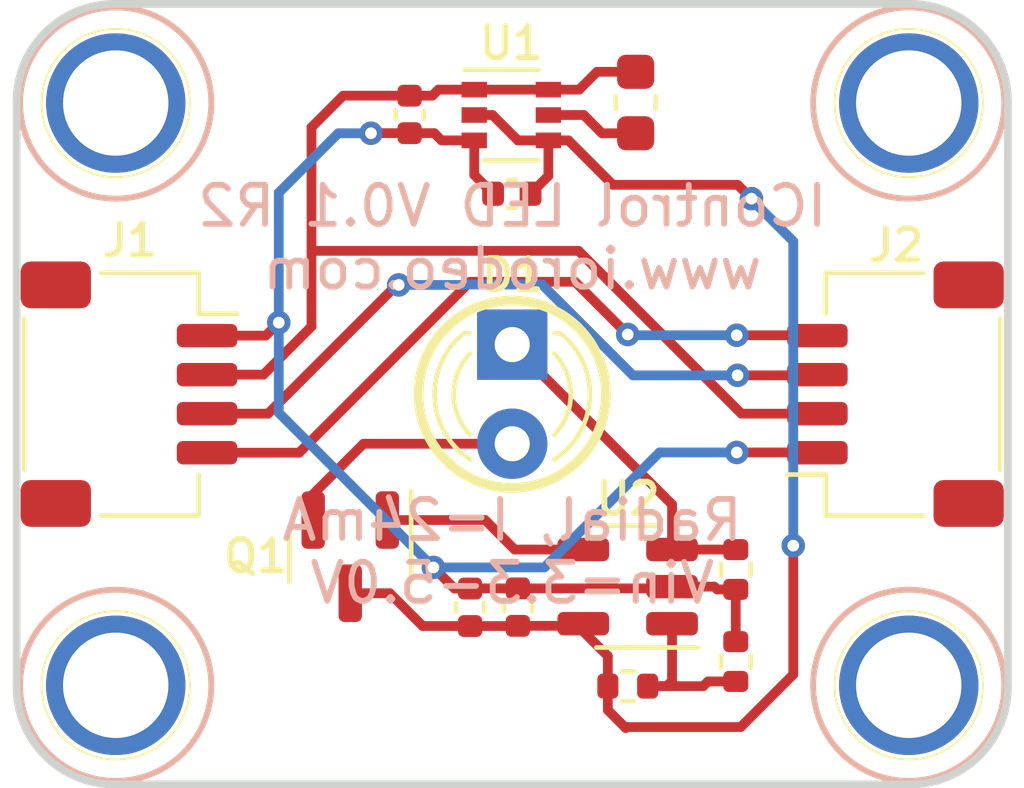
<source format=kicad_pcb>
(kicad_pcb (version 20221018) (generator pcbnew)
  (layers (0 "F.Cu" signal) (31 "B.Cu" signal) (34 "B.Paste" user) (35 "F.Paste" user) (36 "B.SilkS" user "B.Silkscreen") (37 "F.SilkS" user "F.Silkscreen") (38 "B.Mask" user) (39 "F.Mask" user) (44 "Edge.Cuts" user))
  (net 0 "")
  (net 1 "GND")
  (net 2 "/VIN")
  (net 3 "/VL")
  (net 4 "/SCL")
  (net 5 "/SDA")
  (net 6 "/5V")
  (net 7 "Net-(D1-K)")
  (net 8 "Net-(D1-A)")
  (net 9 "Net-(Q1-B)")
  (net 10 "/Vset")
  (footprint "custom_mount_hole:MountingHole_2.5mm_Pad" (layer "F.Cu") (at 52.54 52.54)
    (fp_text reference "M1" hide)
    (fp_text value "MountingHole_2.5mm_Pad" hide)
    (fp_circle (center 0 0) (end 2.45 0) (stroke (width 0.15)) (fill none) (layer "B.SilkS"))
    (fp_circle (center 0 0) (end 1.9 0) (stroke (width 0.05)) (fill none) (layer "F.SilkS"))
    (fp_circle (center 0 0) (end 2.45 0) (stroke (width 0.15)) (fill none) (layer "F.SilkS"))
    (pad "~" thru_hole circle (at 0 0) (size 3.57 3.57) (drill 2.7) (layers "*.Cu" "*.Mask"))
  )
  (footprint "custom_mount_hole:MountingHole_2.5mm_Pad" (layer "F.Cu") (at 72.86 52.54)
    (fp_text reference "M2" hide)
    (fp_text value "MountingHole_2.5mm_Pad" hide)
    (fp_circle (center 0 0) (end 2.45 0) (stroke (width 0.15)) (fill none) (layer "B.SilkS"))
    (fp_circle (center 0 0) (end 1.9 0) (stroke (width 0.05)) (fill none) (layer "F.SilkS"))
    (fp_circle (center 0 0) (end 2.45 0) (stroke (width 0.15)) (fill none) (layer "F.SilkS"))
    (pad "~" thru_hole circle (at 0 0) (size 3.57 3.57) (drill 2.7) (layers "*.Cu" "*.Mask"))
  )
  (footprint "custom_mount_hole:MountingHole_2.5mm_Pad" (layer "F.Cu") (at 72.86 67.46)
    (fp_text reference "M3" hide)
    (fp_text value "MountingHole_2.5mm_Pad" hide)
    (fp_circle (center 0 0) (end 2.45 0) (stroke (width 0.15)) (fill none) (layer "B.SilkS"))
    (fp_circle (center 0 0) (end 1.9 0) (stroke (width 0.05)) (fill none) (layer "F.SilkS"))
    (fp_circle (center 0 0) (end 2.45 0) (stroke (width 0.15)) (fill none) (layer "F.SilkS"))
    (pad "~" thru_hole circle (at 0 0) (size 3.57 3.57) (drill 2.7) (layers "*.Cu" "*.Mask"))
  )
  (footprint "custom_mount_hole:MountingHole_2.5mm_Pad" (layer "F.Cu") (at 52.54 67.46)
    (fp_text reference "M4" hide)
    (fp_text value "MountingHole_2.5mm_Pad" hide)
    (fp_circle (center 0 0) (end 2.45 0) (stroke (width 0.15)) (fill none) (layer "B.SilkS"))
    (fp_circle (center 0 0) (end 1.9 0) (stroke (width 0.05)) (fill none) (layer "F.SilkS"))
    (fp_circle (center 0 0) (end 2.45 0) (stroke (width 0.15)) (fill none) (layer "F.SilkS"))
    (pad "~" thru_hole circle (at 0 0) (size 3.57 3.57) (drill 2.7) (layers "*.Cu" "*.Mask"))
  )
  (footprint "LED_D3mm_custom:LED_D3.0mm" (layer "F.Cu") (at 62.7 58.73 -90)
    (fp_text reference "D1" (at -1.7832 -0.0126 180) (layer "F.SilkS") (effects (font (size 0.8 0.8))))
    (fp_text value "LED" hide)
    (fp_line (start -0.29 -1.236) (end -0.29 -1.08) (stroke (width 0.12)) (layer "F.SilkS"))
    (fp_line (start -0.29 1.08) (end -0.29 1.236) (stroke (width 0.12)) (layer "F.SilkS"))
    (fp_arc (start -0.29 -1.235516) (mid 1.366487 -1.987659) (end 2.942335 -1.078608) (stroke (width 0.12)) (layer "F.SilkS"))
    (fp_arc (start 0.229039 -1.08) (mid 1.270117 -1.5) (end 2.31113 -1.079837) (stroke (width 0.12)) (layer "F.SilkS"))
    (fp_arc (start 2.31113 1.079837) (mid 1.270117 1.5) (end 0.229039 1.08) (stroke (width 0.12)) (layer "F.SilkS"))
    (fp_arc (start 2.942335 1.078608) (mid 1.366487 1.987659) (end -0.29 1.235516) (stroke (width 0.12)) (layer "F.SilkS"))
    (pad "1" thru_hole rect (at 0 0 270) (size 1.8 1.8) (drill 0.9) (layers "*.Cu" "*.Mask") (net 7 "Net-(D1-K)"))
    (pad "2" thru_hole circle (at 2.54 0 270) (size 1.8 1.8) (drill 0.9) (layers "*.Cu" "*.Mask") (net 8 "Net-(D1-A)"))
  )
  (footprint "JST_SH_SM04B_custom:JST_SH_SM04B-SRSS-TB_1x04-1MP_P1.00mm_Horizontal" (layer "F.Cu") (at 52.88 60 -90)
    (fp_text reference "J1" (at -3.9422 -0.0298) (layer "F.SilkS") (effects (font (size 0.8 0.8))))
    (fp_text value "Conn_01x04" hide)
    (fp_line (start -3.11 -1.785) (end -2.06 -1.785) (stroke (width 0.12)) (layer "F.SilkS"))
    (fp_line (start -3.11 0.715) (end -3.11 -1.785) (stroke (width 0.12)) (layer "F.SilkS"))
    (fp_line (start -2.06 -1.785) (end -2.06 -2.775) (stroke (width 0.12)) (layer "F.SilkS"))
    (fp_line (start -1.94 2.685) (end 1.94 2.685) (stroke (width 0.12)) (layer "F.SilkS"))
    (fp_line (start 3.11 -1.785) (end 2.06 -1.785) (stroke (width 0.12)) (layer "F.SilkS"))
    (fp_line (start 3.11 0.715) (end 3.11 -1.785) (stroke (width 0.12)) (layer "F.SilkS"))
    (pad "1" smd roundrect (at -1.5 -2 270) (size 0.6 1.55) (layers "F.Cu" "F.Paste" "F.Mask") (net 1 "GND"))
    (pad "2" smd roundrect (at -0.5 -2 270) (size 0.6 1.55) (layers "F.Cu" "F.Paste" "F.Mask") (net 2 "/VIN"))
    (pad "3" smd roundrect (at 0.5 -2 270) (size 0.6 1.55) (layers "F.Cu" "F.Paste" "F.Mask") (net 5 "/SDA"))
    (pad "4" smd roundrect (at 1.5 -2 270) (size 0.6 1.55) (layers "F.Cu" "F.Paste" "F.Mask") (net 4 "/SCL"))
    (pad "MP" smd roundrect (at -2.8 1.875 270) (size 1.2 1.8) (layers "F.Cu" "F.Paste" "F.Mask") (roundrect_rratio 0.2083333333))
    (pad "MP" smd roundrect (at 2.8 1.875 270) (size 1.2 1.8) (layers "F.Cu" "F.Paste" "F.Mask") (roundrect_rratio 0.2083333333))
  )
  (footprint "JST_SH_SM04B_custom:JST_SH_SM04B-SRSS-TB_1x04-1MP_P1.00mm_Horizontal" (layer "F.Cu") (at 72.52 60 90)
    (fp_text reference "J2" (at 3.8152 0.0208 180) (layer "F.SilkS") (effects (font (size 0.8 0.8))))
    (fp_text value "Conn_01x04" hide)
    (fp_line (start -3.11 -1.785) (end -2.06 -1.785) (stroke (width 0.12)) (layer "F.SilkS"))
    (fp_line (start -3.11 0.715) (end -3.11 -1.785) (stroke (width 0.12)) (layer "F.SilkS"))
    (fp_line (start -2.06 -1.785) (end -2.06 -2.775) (stroke (width 0.12)) (layer "F.SilkS"))
    (fp_line (start -1.94 2.685) (end 1.94 2.685) (stroke (width 0.12)) (layer "F.SilkS"))
    (fp_line (start 3.11 -1.785) (end 2.06 -1.785) (stroke (width 0.12)) (layer "F.SilkS"))
    (fp_line (start 3.11 0.715) (end 3.11 -1.785) (stroke (width 0.12)) (layer "F.SilkS"))
    (pad "1" smd roundrect (at -1.5 -2 90) (size 0.6 1.55) (layers "F.Cu" "F.Paste" "F.Mask") (net 1 "GND"))
    (pad "2" smd roundrect (at -0.5 -2 90) (size 0.6 1.55) (layers "F.Cu" "F.Paste" "F.Mask") (net 2 "/VIN"))
    (pad "3" smd roundrect (at 0.5 -2 90) (size 0.6 1.55) (layers "F.Cu" "F.Paste" "F.Mask") (net 5 "/SDA"))
    (pad "4" smd roundrect (at 1.5 -2 90) (size 0.6 1.55) (layers "F.Cu" "F.Paste" "F.Mask") (net 4 "/SCL"))
    (pad "MP" smd roundrect (at -2.8 1.875 90) (size 1.2 1.8) (layers "F.Cu" "F.Paste" "F.Mask") (roundrect_rratio 0.2083333333))
    (pad "MP" smd roundrect (at 2.8 1.875 90) (size 1.2 1.8) (layers "F.Cu" "F.Paste" "F.Mask") (roundrect_rratio 0.2083333333))
  )
  (footprint "Resistor_SMD:R_0402_1005Metric" (layer "F.Cu") (at 68.4276 64.4926 -90)
    (fp_text reference "R1" hide)
    (fp_text value "10" hide)
    (fp_line (start -0.153641 -0.38) (end 0.153641 -0.38) (stroke (width 0.12)) (layer "F.SilkS"))
    (fp_line (start -0.153641 0.38) (end 0.153641 0.38) (stroke (width 0.12)) (layer "F.SilkS"))
    (pad "1" smd roundrect (at -0.51 0 270) (size 0.54 0.64) (layers "F.Cu" "F.Paste" "F.Mask") (net 7 "Net-(D1-K)"))
    (pad "2" smd roundrect (at 0.51 0 270) (size 0.54 0.64) (layers "F.Cu" "F.Paste" "F.Mask") (net 1 "GND"))
  )
  (footprint "Package_TO_SOT_SMD:SOT-23-5" (layer "F.Cu") (at 65.6577 64.931 180)
    (fp_text reference "U2" (at -0.0125 2.25) (layer "F.SilkS") (effects (font (size 0.8 0.8) (thickness 0.15) bold)))
    (fp_text value "LMV321")
    (fp_line (start 0 -1.56) (end -1.8 -1.56) (stroke (width 0.12)) (layer "F.SilkS"))
    (fp_line (start 0 -1.56) (end 0.8 -1.56) (stroke (width 0.12)) (layer "F.SilkS"))
    (fp_line (start 0 1.56) (end -0.8 1.56) (stroke (width 0.12)) (layer "F.SilkS"))
    (fp_line (start 0 1.56) (end 0.8 1.56) (stroke (width 0.12)) (layer "F.SilkS"))
    (pad "1" smd roundrect (at -1.1375 -0.95 180) (size 1.325 0.6) (layers "F.Cu" "F.Paste" "F.Mask") (net 10 "/Vset"))
    (pad "2" smd roundrect (at -1.1375 0 180) (size 1.325 0.6) (layers "F.Cu" "F.Paste" "F.Mask") (net 1 "GND"))
    (pad "3" smd roundrect (at -1.1375 0.95 180) (size 1.325 0.6) (layers "F.Cu" "F.Paste" "F.Mask") (net 7 "Net-(D1-K)"))
    (pad "4" smd roundrect (at 1.1375 0.95 180) (size 1.325 0.6) (layers "F.Cu" "F.Paste" "F.Mask") (net 9 "Net-(Q1-B)"))
    (pad "5" smd roundrect (at 1.1375 -0.95 180) (size 1.325 0.6) (layers "F.Cu" "F.Paste" "F.Mask") (net 6 "/5V"))
  )
  (footprint "Capacitor_SMD:C_0402_1005Metric" (layer "F.Cu") (at 62.8452 65.456 90)
    (fp_text reference "C3" hide)
    (fp_text value "0.1uF" hide)
    (fp_line (start -0.107836 -0.36) (end 0.107836 -0.36) (stroke (width 0.12)) (layer "F.SilkS"))
    (fp_line (start -0.107836 0.36) (end 0.107836 0.36) (stroke (width 0.12)) (layer "F.SilkS"))
    (pad "1" smd roundrect (at -0.48 0 90) (size 0.56 0.62) (layers "F.Cu" "F.Paste" "F.Mask") (net 6 "/5V"))
    (pad "2" smd roundrect (at 0.48 0 90) (size 0.56 0.62) (layers "F.Cu" "F.Paste" "F.Mask") (net 1 "GND"))
  )
  (footprint "Resistor_SMD:R_0402_1005Metric" (layer "F.Cu") (at 68.4276 66.8508 90)
    (fp_text reference "R3" hide)
    (fp_text value "1k" hide)
    (fp_line (start -0.153641 -0.38) (end 0.153641 -0.38) (stroke (width 0.12)) (layer "F.SilkS"))
    (fp_line (start -0.153641 0.38) (end 0.153641 0.38) (stroke (width 0.12)) (layer "F.SilkS"))
    (pad "1" smd roundrect (at -0.51 0 90) (size 0.54 0.64) (layers "F.Cu" "F.Paste" "F.Mask") (net 10 "/Vset"))
    (pad "2" smd roundrect (at 0.51 0 90) (size 0.54 0.64) (layers "F.Cu" "F.Paste" "F.Mask") (net 1 "GND"))
  )
  (footprint "Inductor_SMD:L_0603_1608Metric" (layer "F.Cu") (at 65.8622 52.5272 -90)
    (fp_text reference "L1" hide)
    (fp_text value "4.7uF" hide)
    (fp_line (start -0.162779 -0.51) (end 0.162779 -0.51) (stroke (width 0.12)) (layer "F.SilkS"))
    (fp_line (start -0.162779 0.51) (end 0.162779 0.51) (stroke (width 0.12)) (layer "F.SilkS"))
    (pad "1" smd roundrect (at -0.7875 0 270) (size 0.875 0.95) (layers "F.Cu" "F.Paste" "F.Mask") (net 2 "/VIN"))
    (pad "2" smd roundrect (at 0.7875 0 270) (size 0.875 0.95) (layers "F.Cu" "F.Paste" "F.Mask") (net 3 "/VL"))
  )
  (footprint "Resistor_SMD:R_0402_1005Metric" (layer "F.Cu") (at 65.6602 67.481)
    (fp_text reference "R2" hide)
    (fp_text value "20k" hide)
    (fp_line (start -0.153641 -0.38) (end 0.153641 -0.38) (stroke (width 0.12)) (layer "F.SilkS"))
    (fp_line (start -0.153641 0.38) (end 0.153641 0.38) (stroke (width 0.12)) (layer "F.SilkS"))
    (pad "1" smd roundrect (at -0.51 0) (size 0.54 0.64) (layers "F.Cu" "F.Paste" "F.Mask") (net 6 "/5V"))
    (pad "2" smd roundrect (at 0.51 0) (size 0.54 0.64) (layers "F.Cu" "F.Paste" "F.Mask") (net 10 "/Vset"))
  )
  (footprint "Capacitor_SMD:C_0402_1005Metric" (layer "F.Cu") (at 60.071 52.832 90)
    (fp_text reference "C1" hide)
    (fp_text value "10uF" hide)
    (fp_line (start -0.107836 -0.36) (end 0.107836 -0.36) (stroke (width 0.12)) (layer "F.SilkS"))
    (fp_line (start -0.107836 0.36) (end 0.107836 0.36) (stroke (width 0.12)) (layer "F.SilkS"))
    (pad "1" smd roundrect (at -0.48 0 90) (size 0.56 0.62) (layers "F.Cu" "F.Paste" "F.Mask") (net 1 "GND"))
    (pad "2" smd roundrect (at 0.48 0 90) (size 0.56 0.62) (layers "F.Cu" "F.Paste" "F.Mask") (net 2 "/VIN"))
  )
  (footprint "Package_TO_SOT_SMD:SOT-363_SC-70-6" (layer "F.Cu") (at 62.677 52.847)
    (fp_text reference "U1" (at 0 -1.8438) (layer "F.SilkS") (effects (font (size 0.8 0.8))))
    (fp_text value "TPS61222DCK" hide)
    (fp_line (start -0.7 1.16) (end 0.7 1.16) (stroke (width 0.12)) (layer "F.SilkS"))
    (fp_line (start 0.7 -1.16) (end -1.2 -1.16) (stroke (width 0.12)) (layer "F.SilkS"))
    (pad "1" smd rect (at -0.95 -0.65) (size 0.65 0.4) (layers "F.Cu" "F.Paste" "F.Mask") (net 2 "/VIN"))
    (pad "2" smd rect (at -0.95 0) (size 0.65 0.4) (layers "F.Cu" "F.Paste" "F.Mask") (net 6 "/5V"))
    (pad "3" smd rect (at -0.95 0.65) (size 0.65 0.4) (layers "F.Cu" "F.Paste" "F.Mask") (net 1 "GND"))
    (pad "4" smd rect (at 0.95 0.65) (size 0.65 0.4) (layers "F.Cu" "F.Paste" "F.Mask") (net 6 "/5V"))
    (pad "5" smd rect (at 0.95 0) (size 0.65 0.4) (layers "F.Cu" "F.Paste" "F.Mask") (net 3 "/VL"))
    (pad "6" smd rect (at 0.95 -0.65) (size 0.65 0.4) (layers "F.Cu" "F.Paste" "F.Mask") (net 2 "/VIN"))
  )
  (footprint "Capacitor_SMD:C_0402_1005Metric" (layer "F.Cu") (at 61.6202 65.461 90)
    (fp_text reference "C4" hide)
    (fp_text value "10uF" hide)
    (fp_line (start -0.107836 -0.36) (end 0.107836 -0.36) (stroke (width 0.12)) (layer "F.SilkS"))
    (fp_line (start -0.107836 0.36) (end 0.107836 0.36) (stroke (width 0.12)) (layer "F.SilkS"))
    (pad "1" smd roundrect (at -0.48 0 90) (size 0.56 0.62) (layers "F.Cu" "F.Paste" "F.Mask") (net 6 "/5V"))
    (pad "2" smd roundrect (at 0.48 0 90) (size 0.56 0.62) (layers "F.Cu" "F.Paste" "F.Mask") (net 1 "GND"))
  )
  (footprint "Package_TO_SOT_SMD:SOT-23" (layer "F.Cu") (at 58.55 64.1625 -90)
    (fp_text reference "Q1" (at -0.0125 2.425 -180) (layer "F.SilkS") (effects (font (size 0.8 0.8) (thickness 0.15) bold)))
    (fp_text value "MMBT5551L" hide)
    (fp_line (start 0 -1.56) (end -1.675 -1.56) (stroke (width 0.12)) (layer "F.SilkS"))
    (fp_line (start 0 -1.56) (end 0.65 -1.56) (stroke (width 0.12)) (layer "F.SilkS"))
    (fp_line (start 0 1.56) (end -0.65 1.56) (stroke (width 0.12)) (layer "F.SilkS"))
    (fp_line (start 0 1.56) (end 0.65 1.56) (stroke (width 0.12)) (layer "F.SilkS"))
    (pad "1" smd roundrect (at -0.9375 -0.95 270) (size 1.475 0.6) (layers "F.Cu" "F.Paste" "F.Mask") (net 9 "Net-(Q1-B)"))
    (pad "2" smd roundrect (at -0.9375 0.95 270) (size 1.475 0.6) (layers "F.Cu" "F.Paste" "F.Mask") (net 8 "Net-(D1-A)"))
    (pad "3" smd roundrect (at 0.9375 0 270) (size 1.475 0.6) (layers "F.Cu" "F.Paste" "F.Mask") (net 6 "/5V"))
  )
  (footprint "Capacitor_SMD:C_0402_1005Metric" (layer "F.Cu") (at 62.6898 54.864)
    (fp_text reference "C2" hide)
    (fp_text value "10uF" hide)
    (fp_line (start -0.107836 -0.36) (end 0.107836 -0.36) (stroke (width 0.12)) (layer "F.SilkS"))
    (fp_line (start -0.107836 0.36) (end 0.107836 0.36) (stroke (width 0.12)) (layer "F.SilkS"))
    (pad "1" smd roundrect (at -0.48 0) (size 0.56 0.62) (layers "F.Cu" "F.Paste" "F.Mask") (net 1 "GND"))
    (pad "2" smd roundrect (at 0.48 0) (size 0.56 0.62) (layers "F.Cu" "F.Paste" "F.Mask") (net 6 "/5V"))
  )
  (gr_circle (center 62.7 60) (end 65.1 60) (stroke (width 0.25)) (fill none) (layer "F.SilkS"))
  (gr_arc (start 72.9 50) (mid 74.667767 50.732233) (end 75.4 52.5) (stroke (width 0.2)) (layer "Edge.Cuts"))
  (gr_arc (start 52.5 70) (mid 50.732233 69.267767) (end 50 67.5) (stroke (width 0.2)) (layer "Edge.Cuts"))
  (gr_line (start 52.5 50) (end 72.9 50) (stroke (width 0.2)) (layer "Edge.Cuts"))
  (gr_arc (start 50 52.5) (mid 50.732233 50.732233) (end 52.5 50) (stroke (width 0.2)) (layer "Edge.Cuts"))
  (gr_arc (start 75.4 67.5) (mid 74.667767 69.267767) (end 72.9 70) (stroke (width 0.2)) (layer "Edge.Cuts"))
  (gr_line (start 50 52.5) (end 50 67.5) (stroke (width 0.2)) (layer "Edge.Cuts"))
  (gr_line (start 52.5 70) (end 72.9 70) (stroke (width 0.2)) (layer "Edge.Cuts"))
  (gr_line (start 75.4 52.5) (end 75.4 67.5) (stroke (width 0.2)) (layer "Edge.Cuts"))
  (gr_text "IControl LED V0.1 R2\nwww.iorodeo.com\n\n\n\nRadial, I=24mA\nVin=3.3-5.0V" (at 62.7 60.01) (layer "B.SilkS") (effects (font (size 1 1)) (justify mirror)))
  (segment (start 61.2218 64.981) (end 60.6806 64.4398) (width 0.25) (layer "F.Cu") (net 1))
  (segment (start 68.4276 65.0026) (end 68.4276 66.3408) (width 0.25) (layer "F.Cu") (net 1))
  (segment (start 60.071 53.312) (end 60.7034 53.312) (width 0.25) (layer "F.Cu") (net 1))
  (segment (start 60.7034 53.312) (end 60.8884 53.497) (width 0.25) (layer "F.Cu") (net 1))
  (segment (start 62.8452 64.976) (end 61.6252 64.976) (width 0.25) (layer "F.Cu") (net 1))
  (segment (start 68.4276 65.0026) (end 67.949 65.0026) (width 0.25) (layer "F.Cu") (net 1))
  (segment (start 70.3134 61.4934) (end 70.32 61.5) (width 0.25) (layer "F.Cu") (net 1))
  (segment (start 62.8452 64.976) (end 63.9452 64.976) (width 0.25) (layer "F.Cu") (net 1))
  (segment (start 67.949 65.0026) (end 67.8774 64.931) (width 0.25) (layer "F.Cu") (net 1))
  (segment (start 68.453 61.4934) (end 70.4134 61.4934) (width 0.25) (layer "F.Cu") (net 1))
  (segment (start 59.083 53.312) (end 59.0804 53.3146) (width 0.25) (layer "F.Cu") (net 1))
  (segment (start 56.3842 58.5) (end 54.98 58.5) (width 0.25) (layer "F.Cu") (net 1))
  (segment (start 70.4134 61.4934) (end 70.42 61.5) (width 0.25) (layer "F.Cu") (net 1))
  (segment (start 56.3842 58.5) (end 56.7182 58.166) (width 0.25) (layer "F.Cu") (net 1))
  (segment (start 70.7684 61.4934) (end 70.775 61.5) (width 0.25) (layer "F.Cu") (net 1))
  (segment (start 70.3634 61.4934) (end 70.37 61.5) (width 0.25) (layer "F.Cu") (net 1))
  (segment (start 61.727 54.3812) (end 62.2098 54.864) (width 0.25) (layer "F.Cu") (net 1))
  (segment (start 61.6202 64.981) (end 61.2218 64.981) (width 0.25) (layer "F.Cu") (net 1))
  (segment (start 66.7502 64.976) (end 66.7952 64.931) (width 0.25) (layer "F.Cu") (net 1))
  (segment (start 60.8884 53.497) (end 61.727 53.497) (width 0.25) (layer "F.Cu") (net 1))
  (segment (start 67.8774 64.931) (end 66.7952 64.931) (width 0.25) (layer "F.Cu") (net 1))
  (segment (start 60.071 53.312) (end 59.083 53.312) (width 0.25) (layer "F.Cu") (net 1))
  (segment (start 61.727 53.497) (end 61.727 54.3812) (width 0.25) (layer "F.Cu") (net 1))
  (segment (start 63.9452 64.976) (end 66.7502 64.976) (width 0.25) (layer "F.Cu") (net 1))
  (segment (start 61.6252 64.976) (end 61.6202 64.981) (width 0.25) (layer "F.Cu") (net 1))
  (via (at 60.6806 64.4398) (size 0.6) (drill 0.3) (layers "F.Cu" "B.Cu") (net 1))
  (via (at 56.7182 58.166) (size 0.6) (drill 0.3) (layers "F.Cu" "B.Cu") (net 1))
  (via (at 59.0804 53.3146) (size 0.6) (drill 0.3) (layers "F.Cu" "B.Cu") (net 1))
  (via (at 68.453 61.4934) (size 0.6) (drill 0.3) (layers "F.Cu" "B.Cu") (net 1))
  (segment (start 56.7182 54.8386) (end 58.2422 53.3146) (width 0.25) (layer "B.Cu") (net 1))
  (segment (start 60.6806 64.4398) (end 63.5254 64.4398) (width 0.25) (layer "B.Cu") (net 1))
  (segment (start 66.4718 61.4934) (end 68.453 61.4934) (width 0.25) (layer "B.Cu") (net 1))
  (segment (start 56.7182 60.4774) (end 60.6806 64.4398) (width 0.25) (layer "B.Cu") (net 1))
  (segment (start 58.2422 53.3146) (end 59.0804 53.3146) (width 0.25) (layer "B.Cu") (net 1))
  (segment (start 63.5254 64.4398) (end 66.4718 61.4934) (width 0.25) (layer "B.Cu") (net 1))
  (segment (start 56.7182 58.166) (end 56.7182 54.8386) (width 0.25) (layer "B.Cu") (net 1))
  (segment (start 56.7182 58.166) (end 56.7182 60.4774) (width 0.25) (layer "B.Cu") (net 1))
  (segment (start 60.6526 52.352) (end 60.8076 52.197) (width 0.25) (layer "F.Cu") (net 2))
  (segment (start 60.071 52.352) (end 60.6526 52.352) (width 0.25) (layer "F.Cu") (net 2))
  (segment (start 57.5564 53.1622) (end 58.3666 52.352) (width 0.25) (layer "F.Cu") (net 2))
  (segment (start 56.324 59.5) (end 57.5564 58.2676) (width 0.25) (layer "F.Cu") (net 2))
  (segment (start 64.8717 51.7397) (end 65.8622 51.7397) (width 0.25) (layer "F.Cu") (net 2))
  (segment (start 64.4144 52.197) (end 64.8717 51.7397) (width 0.25) (layer "F.Cu") (net 2))
  (segment (start 57.5564 56.3372) (end 57.5564 53.1622) (width 0.25) (layer "F.Cu") (net 2))
  (segment (start 57.5661 56.3275) (end 64.399584 56.3275) (width 0.25) (layer "F.Cu") (net 2))
  (segment (start 57.5564 58.2676) (end 57.5564 56.3372) (width 0.25) (layer "F.Cu") (net 2))
  (segment (start 63.627 52.197) (end 64.4144 52.197) (width 0.25) (layer "F.Cu") (net 2))
  (segment (start 57.5564 56.3372) (end 57.5661 56.3275) (width 0.25) (layer "F.Cu") (net 2))
  (segment (start 56.324 59.5) (end 54.98 59.5) (width 0.25) (layer "F.Cu") (net 2))
  (segment (start 58.3666 52.352) (end 60.071 52.352) (width 0.25) (layer "F.Cu") (net 2))
  (segment (start 64.399584 56.3275) (end 68.572084 60.5) (width 0.25) (layer "F.Cu") (net 2))
  (segment (start 68.572084 60.5) (end 70.42 60.5) (width 0.25) (layer "F.Cu") (net 2))
  (segment (start 61.727 52.197) (end 63.627 52.197) (width 0.25) (layer "F.Cu") (net 2))
  (segment (start 60.8076 52.197) (end 61.727 52.197) (width 0.25) (layer "F.Cu") (net 2))
  (segment (start 64.531 52.847) (end 63.627 52.847) (width 0.25) (layer "F.Cu") (net 3))
  (segment (start 65.8622 53.3147) (end 64.9987 53.3147) (width 0.25) (layer "F.Cu") (net 3))
  (segment (start 64.9987 53.3147) (end 64.531 52.847) (width 0.25) (layer "F.Cu") (net 3))
  (segment (start 57.24 61.5) (end 54.98 61.5) (width 0.25) (layer "F.Cu") (net 4))
  (segment (start 61.62 57.12) (end 57.24 61.5) (width 0.25) (layer "F.Cu") (net 4))
  (segment (start 68.453 58.49) (end 70.41 58.49) (width 0.25) (layer "F.Cu") (net 4))
  (segment (start 70.36 58.49) (end 70.37 58.5) (width 0.25) (layer "F.Cu") (net 4))
  (segment (start 70.41 58.49) (end 70.42 58.5) (width 0.25) (layer "F.Cu") (net 4))
  (segment (start 65.659 58.4708) (end 64.3082 57.12) (width 0.25) (layer "F.Cu") (net 4))
  (segment (start 70.31 58.49) (end 70.32 58.5) (width 0.25) (layer "F.Cu") (net 4))
  (segment (start 64.3082 57.12) (end 61.62 57.12) (width 0.25) (layer "F.Cu") (net 4))
  (via (at 68.453 58.49) (size 0.6) (drill 0.3) (layers "F.Cu" "B.Cu") (net 4))
  (via (at 65.659 58.4708) (size 0.6) (drill 0.3) (layers "F.Cu" "B.Cu") (net 4))
  (segment (start 68.453 58.49) (end 65.6782 58.49) (width 0.25) (layer "B.Cu") (net 4))
  (segment (start 65.6782 58.49) (end 65.659 58.4708) (width 0.25) (layer "B.Cu") (net 4))
  (segment (start 59.7916 57.2008) (end 59.7408 57.2008) (width 0.25) (layer "F.Cu") (net 5))
  (segment (start 68.472931 59.517669) (end 70.402331 59.517669) (width 0.25) (layer "F.Cu") (net 5))
  (segment (start 68.472931 59.517669) (end 68.4906 59.5) (width 0.25) (layer "F.Cu") (net 5))
  (segment (start 70.402331 59.517669) (end 70.42 59.5) (width 0.25) (layer "F.Cu") (net 5))
  (segment (start 59.7408 57.2008) (end 56.4416 60.5) (width 0.25) (layer "F.Cu") (net 5))
  (segment (start 56.4416 60.5) (end 54.98 60.5) (width 0.25) (layer "F.Cu") (net 5))
  (segment (start 68.472931 59.517669) (end 68.455262 59.5) (width 0.25) (layer "F.Cu") (net 5))
  (segment (start 70.352331 59.517669) (end 70.37 59.5) (width 0.25) (layer "F.Cu") (net 5))
  (via (at 59.7916 57.2008) (size 0.6) (drill 0.3) (layers "F.Cu" "B.Cu") (net 5))
  (via (at 68.472931 59.517669) (size 0.6) (drill 0.3) (layers "F.Cu" "B.Cu") (net 5))
  (segment (start 61.4492 57.2008) (end 59.7916 57.2008) (width 0.25) (layer "B.Cu") (net 5))
  (segment (start 68.472931 59.517669) (end 65.791469 59.517669) (width 0.25) (layer "B.Cu") (net 5))
  (segment (start 65.791469 59.517669) (end 63.4638 57.19) (width 0.25) (layer "B.Cu") (net 5))
  (segment (start 61.46 57.19) (end 61.4492 57.2008) (width 0.25) (layer "B.Cu") (net 5))
  (segment (start 63.4638 57.19) (end 61.46 57.19) (width 0.25) (layer "B.Cu") (net 5))
  (segment (start 63.627 54.4068) (end 63.1698 54.864) (width 0.25) (layer "F.Cu") (net 6))
  (segment (start 64.5202 65.881) (end 64.5202 66.081) (width 0.25) (layer "F.Cu") (net 6))
  (segment (start 62.8402 65.941) (end 62.8452 65.936) (width 0.25) (layer "F.Cu") (net 6))
  (segment (start 63.5452 65.936) (end 64.4652 65.936) (width 0.25) (layer "F.Cu") (net 6))
  (segment (start 61.6202 65.941) (end 60.4038 65.941) (width 0.25) (layer "F.Cu") (net 6))
  (segment (start 65.6082 68.5546) (end 65.1502 68.0966) (width 0.25) (layer "F.Cu") (net 6))
  (segment (start 58.55 65.1) (end 58.55 65.5858) (width 0.25) (layer "F.Cu") (net 6))
  (segment (start 62.8452 65.936) (end 63.5452 65.936) (width 0.25) (layer "F.Cu") (net 6))
  (segment (start 61.727 52.847) (end 62.1942 52.847) (width 0.25) (layer "F.Cu") (net 6))
  (segment (start 68.5546 68.5292) (end 65.6336 68.5292) (width 0.25) (layer "F.Cu") (net 6))
  (segment (start 65.1502 66.711) (end 65.1502 67.481) (width 0.25) (layer "F.Cu") (net 6))
  (segment (start 68.4754 54.6354) (end 68.83 54.99) (width 0.25) (layer "F.Cu") (net 6))
  (segment (start 63.627 53.497) (end 64.1396 53.497) (width 0.25) (layer "F.Cu") (net 6))
  (segment (start 65.278 54.6354) (end 68.4754 54.6354) (width 0.25) (layer "F.Cu") (net 6))
  (segment (start 62.1942 52.847) (end 62.8442 53.497) (width 0.25) (layer "F.Cu") (net 6))
  (segment (start 64.5202 66.081) (end 65.1502 66.711) (width 0.25) (layer "F.Cu") (net 6))
  (segment (start 61.6202 65.941) (end 62.8402 65.941) (width 0.25) (layer "F.Cu") (net 6))
  (segment (start 59.5628 65.1) (end 58.55 65.1) (width 0.25) (layer "F.Cu") (net 6))
  (segment (start 65.6336 68.5292) (end 65.6082 68.5546) (width 0.25) (layer "F.Cu") (net 6))
  (segment (start 63.627 53.497) (end 63.627 54.4068) (width 0.25) (layer "F.Cu") (net 6))
  (segment (start 64.1396 53.497) (end 65.278 54.6354) (width 0.25) (layer "F.Cu") (net 6))
  (segment (start 69.9008 67.183) (end 68.5546 68.5292) (width 0.25) (layer "F.Cu") (net 6))
  (segment (start 60.4038 65.941) (end 59.5628 65.1) (width 0.25) (layer "F.Cu") (net 6))
  (segment (start 69.9008 63.881) (end 69.9008 67.183) (width 0.25) (layer "F.Cu") (net 6))
  (segment (start 62.8442 53.497) (end 63.627 53.497) (width 0.25) (layer "F.Cu") (net 6))
  (segment (start 65.1502 68.0966) (end 65.1502 67.481) (width 0.25) (layer "F.Cu") (net 6))
  (segment (start 64.4652 65.936) (end 64.5202 65.881) (width 0.25) (layer "F.Cu") (net 6))
  (via (at 69.9008 63.881) (size 0.6) (drill 0.3) (layers "F.Cu" "B.Cu") (net 6))
  (via (at 68.83 54.99) (size 0.6) (drill 0.3) (layers "F.Cu" "B.Cu") (net 6))
  (segment (start 69.9008 56.0832) (end 68.83 55.0124) (width 0.25) (layer "B.Cu") (net 6))
  (segment (start 68.83 55.0124) (end 68.83 54.99) (width 0.25) (layer "B.Cu") (net 6))
  (segment (start 69.9008 63.881) (end 69.9008 56.0832) (width 0.25) (layer "B.Cu") (net 6))
  (segment (start 68.426 63.981) (end 68.4276 63.9826) (width 0.25) (layer "F.Cu") (net 7))
  (segment (start 66.7952 63.981) (end 66.7952 62.8252) (width 0.25) (layer "F.Cu") (net 7))
  (segment (start 66.7952 62.8252) (end 62.7 58.73) (width 0.25) (layer "F.Cu") (net 7))
  (segment (start 62.7 58.73) (end 63.02 58.73) (width 0.25) (layer "F.Cu") (net 7))
  (segment (start 66.7952 63.981) (end 68.426 63.981) (width 0.25) (layer "F.Cu") (net 7))
  (segment (start 57.6 62.56) (end 58.89 61.27) (width 0.25) (layer "F.Cu") (net 8))
  (segment (start 57.6 63.225) (end 57.6 62.56) (width 0.25) (layer "F.Cu") (net 8))
  (segment (start 58.89 61.27) (end 62.7 61.27) (width 0.25) (layer "F.Cu") (net 8))
  (segment (start 62.0058 63.225) (end 59.5 63.225) (width 0.25) (layer "F.Cu") (net 9))
  (segment (start 59.545 63.18) (end 59.5 63.225) (width 0.25) (layer "F.Cu") (net 9))
  (segment (start 64.5202 63.981) (end 62.7618 63.981) (width 0.25) (layer "F.Cu") (net 9))
  (segment (start 62.7618 63.981) (end 62.0058 63.225) (width 0.25) (layer "F.Cu") (net 9))
  (segment (start 66.7952 67.346) (end 66.6602 67.481) (width 0.25) (layer "F.Cu") (net 10))
  (segment (start 67.7164 67.3608) (end 68.4276 67.3608) (width 0.25) (layer "F.Cu") (net 10))
  (segment (start 66.7952 65.881) (end 66.7952 67.196) (width 0.25) (layer "F.Cu") (net 10))
  (segment (start 66.5226 67.481) (end 67.5962 67.481) (width 0.25) (layer "F.Cu") (net 10))
  (segment (start 66.5226 67.481) (end 66.1702 67.481) (width 0.25) (layer "F.Cu") (net 10))
  (segment (start 66.7952 67.196) (end 66.7952 67.346) (width 0.25) (layer "F.Cu") (net 10))
  (segment (start 66.6602 67.481) (end 66.5226 67.481) (width 0.25) (layer "F.Cu") (net 10))
  (segment (start 67.5962 67.481) (end 67.7164 67.3608) (width 0.25) (layer "F.Cu") (net 10))
)
</source>
